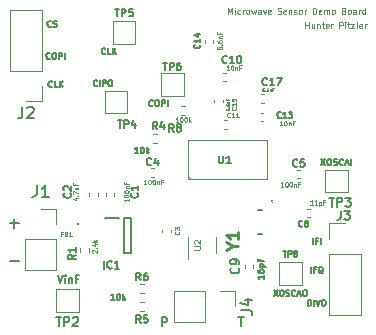
<source format=gbr>
%TF.GenerationSoftware,KiCad,Pcbnew,(6.0.8)*%
%TF.CreationDate,2023-01-31T16:58:12-08:00*%
%TF.ProjectId,Microwave Sensor v2,4d696372-6f77-4617-9665-2053656e736f,rev?*%
%TF.SameCoordinates,Original*%
%TF.FileFunction,Legend,Top*%
%TF.FilePolarity,Positive*%
%FSLAX46Y46*%
G04 Gerber Fmt 4.6, Leading zero omitted, Abs format (unit mm)*
G04 Created by KiCad (PCBNEW (6.0.8)) date 2023-01-31 16:58:12*
%MOMM*%
%LPD*%
G01*
G04 APERTURE LIST*
%ADD10C,0.095250*%
%ADD11C,0.127000*%
%ADD12C,0.063500*%
%ADD13C,0.150000*%
%ADD14C,0.254000*%
%ADD15C,0.120000*%
%ADD16C,0.200000*%
%ADD17C,0.100000*%
%ADD18C,0.050000*%
G04 APERTURE END LIST*
D10*
X128218357Y-96535214D02*
X128472357Y-96535214D01*
X128073214Y-96625928D02*
X128345357Y-96716642D01*
X128345357Y-96480785D01*
X128436071Y-96335642D02*
X128454214Y-96317500D01*
X128472357Y-96335642D01*
X128454214Y-96353785D01*
X128436071Y-96335642D01*
X128472357Y-96335642D01*
X128091357Y-96190500D02*
X128091357Y-95936500D01*
X128472357Y-96099785D01*
X128218357Y-95628071D02*
X128472357Y-95628071D01*
X128218357Y-95791357D02*
X128417928Y-95791357D01*
X128454214Y-95773214D01*
X128472357Y-95736928D01*
X128472357Y-95682500D01*
X128454214Y-95646214D01*
X128436071Y-95628071D01*
X128272785Y-95319642D02*
X128272785Y-95446642D01*
X128472357Y-95446642D02*
X128091357Y-95446642D01*
X128091357Y-95265214D01*
D11*
X145059857Y-104321809D02*
X145398523Y-104829809D01*
X145398523Y-104321809D02*
X145059857Y-104829809D01*
X145688809Y-104321809D02*
X145785571Y-104321809D01*
X145833952Y-104346000D01*
X145882333Y-104394380D01*
X145906523Y-104491142D01*
X145906523Y-104660476D01*
X145882333Y-104757238D01*
X145833952Y-104805619D01*
X145785571Y-104829809D01*
X145688809Y-104829809D01*
X145640428Y-104805619D01*
X145592047Y-104757238D01*
X145567857Y-104660476D01*
X145567857Y-104491142D01*
X145592047Y-104394380D01*
X145640428Y-104346000D01*
X145688809Y-104321809D01*
X146100047Y-104805619D02*
X146172619Y-104829809D01*
X146293571Y-104829809D01*
X146341952Y-104805619D01*
X146366142Y-104781428D01*
X146390333Y-104733047D01*
X146390333Y-104684666D01*
X146366142Y-104636285D01*
X146341952Y-104612095D01*
X146293571Y-104587904D01*
X146196809Y-104563714D01*
X146148428Y-104539523D01*
X146124238Y-104515333D01*
X146100047Y-104466952D01*
X146100047Y-104418571D01*
X146124238Y-104370190D01*
X146148428Y-104346000D01*
X146196809Y-104321809D01*
X146317761Y-104321809D01*
X146390333Y-104346000D01*
X146898333Y-104781428D02*
X146874142Y-104805619D01*
X146801571Y-104829809D01*
X146753190Y-104829809D01*
X146680619Y-104805619D01*
X146632238Y-104757238D01*
X146608047Y-104708857D01*
X146583857Y-104612095D01*
X146583857Y-104539523D01*
X146608047Y-104442761D01*
X146632238Y-104394380D01*
X146680619Y-104346000D01*
X146753190Y-104321809D01*
X146801571Y-104321809D01*
X146874142Y-104346000D01*
X146898333Y-104370190D01*
X147091857Y-104684666D02*
X147333761Y-104684666D01*
X147043476Y-104829809D02*
X147212809Y-104321809D01*
X147382142Y-104829809D01*
X147648238Y-104321809D02*
X147745000Y-104321809D01*
X147793380Y-104346000D01*
X147841761Y-104394380D01*
X147865952Y-104491142D01*
X147865952Y-104660476D01*
X147841761Y-104757238D01*
X147793380Y-104805619D01*
X147745000Y-104829809D01*
X147648238Y-104829809D01*
X147599857Y-104805619D01*
X147551476Y-104757238D01*
X147527285Y-104660476D01*
X147527285Y-104491142D01*
X147551476Y-104394380D01*
X147599857Y-104346000D01*
X147648238Y-104321809D01*
D10*
X136991785Y-90072357D02*
X136774071Y-90072357D01*
X136882928Y-90072357D02*
X136882928Y-89691357D01*
X136846642Y-89745785D01*
X136810357Y-89782071D01*
X136774071Y-89800214D01*
X137227642Y-89691357D02*
X137263928Y-89691357D01*
X137300214Y-89709500D01*
X137318357Y-89727642D01*
X137336500Y-89763928D01*
X137354642Y-89836500D01*
X137354642Y-89927214D01*
X137336500Y-89999785D01*
X137318357Y-90036071D01*
X137300214Y-90054214D01*
X137263928Y-90072357D01*
X137227642Y-90072357D01*
X137191357Y-90054214D01*
X137173214Y-90036071D01*
X137155071Y-89999785D01*
X137136928Y-89927214D01*
X137136928Y-89836500D01*
X137155071Y-89763928D01*
X137173214Y-89727642D01*
X137191357Y-89709500D01*
X137227642Y-89691357D01*
X137590500Y-89691357D02*
X137626785Y-89691357D01*
X137663071Y-89709500D01*
X137681214Y-89727642D01*
X137699357Y-89763928D01*
X137717500Y-89836500D01*
X137717500Y-89927214D01*
X137699357Y-89999785D01*
X137681214Y-90036071D01*
X137663071Y-90054214D01*
X137626785Y-90072357D01*
X137590500Y-90072357D01*
X137554214Y-90054214D01*
X137536071Y-90036071D01*
X137517928Y-89999785D01*
X137499785Y-89927214D01*
X137499785Y-89836500D01*
X137517928Y-89763928D01*
X137536071Y-89727642D01*
X137554214Y-89709500D01*
X137590500Y-89691357D01*
X137880785Y-90072357D02*
X137880785Y-89691357D01*
X137917071Y-89927214D02*
X138025928Y-90072357D01*
X138025928Y-89818357D02*
X137880785Y-89963500D01*
D11*
X126297619Y-87081428D02*
X126273428Y-87105619D01*
X126200857Y-87129809D01*
X126152476Y-87129809D01*
X126079904Y-87105619D01*
X126031523Y-87057238D01*
X126007333Y-87008857D01*
X125983142Y-86912095D01*
X125983142Y-86839523D01*
X126007333Y-86742761D01*
X126031523Y-86694380D01*
X126079904Y-86646000D01*
X126152476Y-86621809D01*
X126200857Y-86621809D01*
X126273428Y-86646000D01*
X126297619Y-86670190D01*
X126757238Y-87129809D02*
X126515333Y-87129809D01*
X126515333Y-86621809D01*
X126926571Y-87129809D02*
X126926571Y-86621809D01*
X127216857Y-87129809D02*
X126999142Y-86839523D01*
X127216857Y-86621809D02*
X126926571Y-86912095D01*
X126215333Y-81981428D02*
X126191142Y-82005619D01*
X126118571Y-82029809D01*
X126070190Y-82029809D01*
X125997619Y-82005619D01*
X125949238Y-81957238D01*
X125925047Y-81908857D01*
X125900857Y-81812095D01*
X125900857Y-81739523D01*
X125925047Y-81642761D01*
X125949238Y-81594380D01*
X125997619Y-81546000D01*
X126070190Y-81521809D01*
X126118571Y-81521809D01*
X126191142Y-81546000D01*
X126215333Y-81570190D01*
X126408857Y-82005619D02*
X126481428Y-82029809D01*
X126602380Y-82029809D01*
X126650761Y-82005619D01*
X126674952Y-81981428D01*
X126699142Y-81933047D01*
X126699142Y-81884666D01*
X126674952Y-81836285D01*
X126650761Y-81812095D01*
X126602380Y-81787904D01*
X126505619Y-81763714D01*
X126457238Y-81739523D01*
X126433047Y-81715333D01*
X126408857Y-81666952D01*
X126408857Y-81618571D01*
X126433047Y-81570190D01*
X126457238Y-81546000D01*
X126505619Y-81521809D01*
X126626571Y-81521809D01*
X126699142Y-81546000D01*
X149105000Y-93221809D02*
X149443666Y-93729809D01*
X149443666Y-93221809D02*
X149105000Y-93729809D01*
X149733952Y-93221809D02*
X149830714Y-93221809D01*
X149879095Y-93246000D01*
X149927476Y-93294380D01*
X149951666Y-93391142D01*
X149951666Y-93560476D01*
X149927476Y-93657238D01*
X149879095Y-93705619D01*
X149830714Y-93729809D01*
X149733952Y-93729809D01*
X149685571Y-93705619D01*
X149637190Y-93657238D01*
X149613000Y-93560476D01*
X149613000Y-93391142D01*
X149637190Y-93294380D01*
X149685571Y-93246000D01*
X149733952Y-93221809D01*
X150145190Y-93705619D02*
X150217761Y-93729809D01*
X150338714Y-93729809D01*
X150387095Y-93705619D01*
X150411285Y-93681428D01*
X150435476Y-93633047D01*
X150435476Y-93584666D01*
X150411285Y-93536285D01*
X150387095Y-93512095D01*
X150338714Y-93487904D01*
X150241952Y-93463714D01*
X150193571Y-93439523D01*
X150169380Y-93415333D01*
X150145190Y-93366952D01*
X150145190Y-93318571D01*
X150169380Y-93270190D01*
X150193571Y-93246000D01*
X150241952Y-93221809D01*
X150362904Y-93221809D01*
X150435476Y-93246000D01*
X150943476Y-93681428D02*
X150919285Y-93705619D01*
X150846714Y-93729809D01*
X150798333Y-93729809D01*
X150725761Y-93705619D01*
X150677380Y-93657238D01*
X150653190Y-93608857D01*
X150629000Y-93512095D01*
X150629000Y-93439523D01*
X150653190Y-93342761D01*
X150677380Y-93294380D01*
X150725761Y-93246000D01*
X150798333Y-93221809D01*
X150846714Y-93221809D01*
X150919285Y-93246000D01*
X150943476Y-93270190D01*
X151137000Y-93584666D02*
X151378904Y-93584666D01*
X151088619Y-93729809D02*
X151257952Y-93221809D01*
X151427285Y-93729809D01*
X151596619Y-93729809D02*
X151596619Y-93221809D01*
D10*
X145887216Y-95547357D02*
X145669501Y-95547357D01*
X145778359Y-95547357D02*
X145778359Y-95166357D01*
X145742073Y-95220785D01*
X145705787Y-95257071D01*
X145669501Y-95275214D01*
X146123073Y-95166357D02*
X146159359Y-95166357D01*
X146195644Y-95184500D01*
X146213787Y-95202642D01*
X146231930Y-95238928D01*
X146250073Y-95311500D01*
X146250073Y-95402214D01*
X146231930Y-95474785D01*
X146213787Y-95511071D01*
X146195644Y-95529214D01*
X146159359Y-95547357D01*
X146123073Y-95547357D01*
X146086787Y-95529214D01*
X146068644Y-95511071D01*
X146050501Y-95474785D01*
X146032359Y-95402214D01*
X146032359Y-95311500D01*
X146050501Y-95238928D01*
X146068644Y-95202642D01*
X146086787Y-95184500D01*
X146123073Y-95166357D01*
X146485930Y-95166357D02*
X146522216Y-95166357D01*
X146558501Y-95184500D01*
X146576644Y-95202642D01*
X146594787Y-95238928D01*
X146612930Y-95311500D01*
X146612930Y-95402214D01*
X146594787Y-95474785D01*
X146576644Y-95511071D01*
X146558501Y-95529214D01*
X146522216Y-95547357D01*
X146485930Y-95547357D01*
X146449644Y-95529214D01*
X146431501Y-95511071D01*
X146413359Y-95474785D01*
X146395216Y-95402214D01*
X146395216Y-95311500D01*
X146413359Y-95238928D01*
X146431501Y-95202642D01*
X146449644Y-95184500D01*
X146485930Y-95166357D01*
X146776216Y-95293357D02*
X146776216Y-95547357D01*
X146776216Y-95329642D02*
X146794359Y-95311500D01*
X146830644Y-95293357D01*
X146885073Y-95293357D01*
X146921359Y-95311500D01*
X146939501Y-95347785D01*
X146939501Y-95547357D01*
X147247930Y-95347785D02*
X147120930Y-95347785D01*
X147120930Y-95547357D02*
X147120930Y-95166357D01*
X147302359Y-95166357D01*
D11*
X130116190Y-86981428D02*
X130092000Y-87005619D01*
X130019428Y-87029809D01*
X129971047Y-87029809D01*
X129898476Y-87005619D01*
X129850095Y-86957238D01*
X129825904Y-86908857D01*
X129801714Y-86812095D01*
X129801714Y-86739523D01*
X129825904Y-86642761D01*
X129850095Y-86594380D01*
X129898476Y-86546000D01*
X129971047Y-86521809D01*
X130019428Y-86521809D01*
X130092000Y-86546000D01*
X130116190Y-86570190D01*
X130333904Y-87029809D02*
X130333904Y-86521809D01*
X130575809Y-87029809D02*
X130575809Y-86521809D01*
X130769333Y-86521809D01*
X130817714Y-86546000D01*
X130841904Y-86570190D01*
X130866095Y-86618571D01*
X130866095Y-86691142D01*
X130841904Y-86739523D01*
X130817714Y-86763714D01*
X130769333Y-86787904D01*
X130575809Y-86787904D01*
X131180571Y-86521809D02*
X131277333Y-86521809D01*
X131325714Y-86546000D01*
X131374095Y-86594380D01*
X131398285Y-86691142D01*
X131398285Y-86860476D01*
X131374095Y-86957238D01*
X131325714Y-87005619D01*
X131277333Y-87029809D01*
X131180571Y-87029809D01*
X131132190Y-87005619D01*
X131083809Y-86957238D01*
X131059619Y-86860476D01*
X131059619Y-86691142D01*
X131083809Y-86594380D01*
X131132190Y-86546000D01*
X131180571Y-86521809D01*
D10*
X140291357Y-83717071D02*
X140291357Y-83898500D01*
X140472785Y-83916642D01*
X140454642Y-83898500D01*
X140436500Y-83862214D01*
X140436500Y-83771500D01*
X140454642Y-83735214D01*
X140472785Y-83717071D01*
X140509071Y-83698928D01*
X140599785Y-83698928D01*
X140636071Y-83717071D01*
X140654214Y-83735214D01*
X140672357Y-83771500D01*
X140672357Y-83862214D01*
X140654214Y-83898500D01*
X140636071Y-83916642D01*
X140636071Y-83535642D02*
X140654214Y-83517500D01*
X140672357Y-83535642D01*
X140654214Y-83553785D01*
X140636071Y-83535642D01*
X140672357Y-83535642D01*
X140291357Y-83190928D02*
X140291357Y-83263500D01*
X140309500Y-83299785D01*
X140327642Y-83317928D01*
X140382071Y-83354214D01*
X140454642Y-83372357D01*
X140599785Y-83372357D01*
X140636071Y-83354214D01*
X140654214Y-83336071D01*
X140672357Y-83299785D01*
X140672357Y-83227214D01*
X140654214Y-83190928D01*
X140636071Y-83172785D01*
X140599785Y-83154642D01*
X140509071Y-83154642D01*
X140472785Y-83172785D01*
X140454642Y-83190928D01*
X140436500Y-83227214D01*
X140436500Y-83299785D01*
X140454642Y-83336071D01*
X140472785Y-83354214D01*
X140509071Y-83372357D01*
X140418357Y-82991357D02*
X140672357Y-82991357D01*
X140454642Y-82991357D02*
X140436500Y-82973214D01*
X140418357Y-82936928D01*
X140418357Y-82882500D01*
X140436500Y-82846214D01*
X140472785Y-82828071D01*
X140672357Y-82828071D01*
X140472785Y-82519642D02*
X140472785Y-82646642D01*
X140672357Y-82646642D02*
X140291357Y-82646642D01*
X140291357Y-82465214D01*
X134287216Y-95347357D02*
X134069501Y-95347357D01*
X134178359Y-95347357D02*
X134178359Y-94966357D01*
X134142073Y-95020785D01*
X134105787Y-95057071D01*
X134069501Y-95075214D01*
X134523073Y-94966357D02*
X134559359Y-94966357D01*
X134595644Y-94984500D01*
X134613787Y-95002642D01*
X134631930Y-95038928D01*
X134650073Y-95111500D01*
X134650073Y-95202214D01*
X134631930Y-95274785D01*
X134613787Y-95311071D01*
X134595644Y-95329214D01*
X134559359Y-95347357D01*
X134523073Y-95347357D01*
X134486787Y-95329214D01*
X134468644Y-95311071D01*
X134450501Y-95274785D01*
X134432359Y-95202214D01*
X134432359Y-95111500D01*
X134450501Y-95038928D01*
X134468644Y-95002642D01*
X134486787Y-94984500D01*
X134523073Y-94966357D01*
X134885930Y-94966357D02*
X134922216Y-94966357D01*
X134958501Y-94984500D01*
X134976644Y-95002642D01*
X134994787Y-95038928D01*
X135012930Y-95111500D01*
X135012930Y-95202214D01*
X134994787Y-95274785D01*
X134976644Y-95311071D01*
X134958501Y-95329214D01*
X134922216Y-95347357D01*
X134885930Y-95347357D01*
X134849644Y-95329214D01*
X134831501Y-95311071D01*
X134813359Y-95274785D01*
X134795216Y-95202214D01*
X134795216Y-95111500D01*
X134813359Y-95038928D01*
X134831501Y-95002642D01*
X134849644Y-94984500D01*
X134885930Y-94966357D01*
X135176216Y-95093357D02*
X135176216Y-95347357D01*
X135176216Y-95129642D02*
X135194359Y-95111500D01*
X135230644Y-95093357D01*
X135285073Y-95093357D01*
X135321359Y-95111500D01*
X135339501Y-95147785D01*
X135339501Y-95347357D01*
X135647930Y-95147785D02*
X135520930Y-95147785D01*
X135520930Y-95347357D02*
X135520930Y-94966357D01*
X135702359Y-94966357D01*
X141291785Y-85672357D02*
X141074071Y-85672357D01*
X141182928Y-85672357D02*
X141182928Y-85291357D01*
X141146642Y-85345785D01*
X141110357Y-85382071D01*
X141074071Y-85400214D01*
X141527642Y-85291357D02*
X141563928Y-85291357D01*
X141600214Y-85309500D01*
X141618357Y-85327642D01*
X141636500Y-85363928D01*
X141654642Y-85436500D01*
X141654642Y-85527214D01*
X141636500Y-85599785D01*
X141618357Y-85636071D01*
X141600214Y-85654214D01*
X141563928Y-85672357D01*
X141527642Y-85672357D01*
X141491357Y-85654214D01*
X141473214Y-85636071D01*
X141455071Y-85599785D01*
X141436928Y-85527214D01*
X141436928Y-85436500D01*
X141455071Y-85363928D01*
X141473214Y-85327642D01*
X141491357Y-85309500D01*
X141527642Y-85291357D01*
X141817928Y-85418357D02*
X141817928Y-85672357D01*
X141817928Y-85454642D02*
X141836071Y-85436500D01*
X141872357Y-85418357D01*
X141926785Y-85418357D01*
X141963071Y-85436500D01*
X141981214Y-85472785D01*
X141981214Y-85672357D01*
X142289642Y-85472785D02*
X142162642Y-85472785D01*
X142162642Y-85672357D02*
X142162642Y-85291357D01*
X142344071Y-85291357D01*
D11*
X148216190Y-102829809D02*
X148216190Y-102321809D01*
X148627428Y-102563714D02*
X148458095Y-102563714D01*
X148458095Y-102829809D02*
X148458095Y-102321809D01*
X148700000Y-102321809D01*
X149232190Y-102878190D02*
X149183809Y-102854000D01*
X149135428Y-102805619D01*
X149062857Y-102733047D01*
X149014476Y-102708857D01*
X148966095Y-102708857D01*
X148990285Y-102829809D02*
X148941904Y-102805619D01*
X148893523Y-102757238D01*
X148869333Y-102660476D01*
X148869333Y-102491142D01*
X148893523Y-102394380D01*
X148941904Y-102346000D01*
X148990285Y-102321809D01*
X149087047Y-102321809D01*
X149135428Y-102346000D01*
X149183809Y-102394380D01*
X149208000Y-102491142D01*
X149208000Y-102660476D01*
X149183809Y-102757238D01*
X149135428Y-102805619D01*
X149087047Y-102829809D01*
X148990285Y-102829809D01*
X144204809Y-103044285D02*
X144204809Y-103334571D01*
X144204809Y-103189428D02*
X143696809Y-103189428D01*
X143769380Y-103237809D01*
X143817761Y-103286190D01*
X143841952Y-103334571D01*
X143696809Y-102608857D02*
X143696809Y-102705619D01*
X143721000Y-102754000D01*
X143745190Y-102778190D01*
X143817761Y-102826571D01*
X143914523Y-102850761D01*
X144108047Y-102850761D01*
X144156428Y-102826571D01*
X144180619Y-102802380D01*
X144204809Y-102754000D01*
X144204809Y-102657238D01*
X144180619Y-102608857D01*
X144156428Y-102584666D01*
X144108047Y-102560476D01*
X143987095Y-102560476D01*
X143938714Y-102584666D01*
X143914523Y-102608857D01*
X143890333Y-102657238D01*
X143890333Y-102754000D01*
X143914523Y-102802380D01*
X143938714Y-102826571D01*
X143987095Y-102850761D01*
X143866142Y-102342761D02*
X144374142Y-102342761D01*
X143890333Y-102342761D02*
X143866142Y-102294380D01*
X143866142Y-102197619D01*
X143890333Y-102149238D01*
X143914523Y-102125047D01*
X143962904Y-102100857D01*
X144108047Y-102100857D01*
X144156428Y-102125047D01*
X144180619Y-102149238D01*
X144204809Y-102197619D01*
X144204809Y-102294380D01*
X144180619Y-102342761D01*
X143938714Y-101713809D02*
X143938714Y-101883142D01*
X144204809Y-101883142D02*
X143696809Y-101883142D01*
X143696809Y-101641238D01*
D12*
X144232144Y-87235904D02*
X144111192Y-87235904D01*
X144099097Y-87356857D01*
X144111192Y-87344761D01*
X144135382Y-87332666D01*
X144195859Y-87332666D01*
X144220049Y-87344761D01*
X144232144Y-87356857D01*
X144244239Y-87381047D01*
X144244239Y-87441523D01*
X144232144Y-87465714D01*
X144220049Y-87477809D01*
X144195859Y-87489904D01*
X144135382Y-87489904D01*
X144111192Y-87477809D01*
X144099097Y-87465714D01*
X144353097Y-87465714D02*
X144365192Y-87477809D01*
X144353097Y-87489904D01*
X144341001Y-87477809D01*
X144353097Y-87465714D01*
X144353097Y-87489904D01*
X144582906Y-87235904D02*
X144534525Y-87235904D01*
X144510335Y-87248000D01*
X144498239Y-87260095D01*
X144474049Y-87296380D01*
X144461954Y-87344761D01*
X144461954Y-87441523D01*
X144474049Y-87465714D01*
X144486144Y-87477809D01*
X144510335Y-87489904D01*
X144558716Y-87489904D01*
X144582906Y-87477809D01*
X144595001Y-87465714D01*
X144607097Y-87441523D01*
X144607097Y-87381047D01*
X144595001Y-87356857D01*
X144582906Y-87344761D01*
X144558716Y-87332666D01*
X144510335Y-87332666D01*
X144486144Y-87344761D01*
X144474049Y-87356857D01*
X144461954Y-87381047D01*
X144715954Y-87320571D02*
X144715954Y-87489904D01*
X144715954Y-87344761D02*
X144728049Y-87332666D01*
X144752239Y-87320571D01*
X144788525Y-87320571D01*
X144812716Y-87332666D01*
X144824811Y-87356857D01*
X144824811Y-87489904D01*
X145030430Y-87356857D02*
X144945763Y-87356857D01*
X144945763Y-87489904D02*
X144945763Y-87235904D01*
X145066716Y-87235904D01*
D11*
X148361333Y-100429809D02*
X148361333Y-99921809D01*
X148772571Y-100163714D02*
X148603238Y-100163714D01*
X148603238Y-100429809D02*
X148603238Y-99921809D01*
X148845142Y-99921809D01*
X149038666Y-100429809D02*
X149038666Y-99921809D01*
D10*
X148391785Y-97072357D02*
X148174071Y-97072357D01*
X148282928Y-97072357D02*
X148282928Y-96691357D01*
X148246642Y-96745785D01*
X148210357Y-96782071D01*
X148174071Y-96800214D01*
X148754642Y-97072357D02*
X148536928Y-97072357D01*
X148645785Y-97072357D02*
X148645785Y-96691357D01*
X148609500Y-96745785D01*
X148573214Y-96782071D01*
X148536928Y-96800214D01*
X148917928Y-96818357D02*
X148917928Y-97199357D01*
X148917928Y-96836500D02*
X148954214Y-96818357D01*
X149026785Y-96818357D01*
X149063071Y-96836500D01*
X149081214Y-96854642D01*
X149099357Y-96890928D01*
X149099357Y-96999785D01*
X149081214Y-97036071D01*
X149063071Y-97054214D01*
X149026785Y-97072357D01*
X148954214Y-97072357D01*
X148917928Y-97054214D01*
X149389642Y-96872785D02*
X149262642Y-96872785D01*
X149262642Y-97072357D02*
X149262642Y-96691357D01*
X149444071Y-96691357D01*
D13*
X122719047Y-98661428D02*
X123480952Y-98661428D01*
X123100000Y-99042380D02*
X123100000Y-98280476D01*
X122719047Y-101881428D02*
X123480952Y-101881428D01*
D10*
X147747904Y-82129809D02*
X147747904Y-81621809D01*
X147747904Y-81863714D02*
X148038190Y-81863714D01*
X148038190Y-82129809D02*
X148038190Y-81621809D01*
X148497809Y-81791142D02*
X148497809Y-82129809D01*
X148280095Y-81791142D02*
X148280095Y-82057238D01*
X148304285Y-82105619D01*
X148352666Y-82129809D01*
X148425238Y-82129809D01*
X148473619Y-82105619D01*
X148497809Y-82081428D01*
X148739714Y-81791142D02*
X148739714Y-82129809D01*
X148739714Y-81839523D02*
X148763904Y-81815333D01*
X148812285Y-81791142D01*
X148884857Y-81791142D01*
X148933238Y-81815333D01*
X148957428Y-81863714D01*
X148957428Y-82129809D01*
X149126761Y-81791142D02*
X149320285Y-81791142D01*
X149199333Y-81621809D02*
X149199333Y-82057238D01*
X149223523Y-82105619D01*
X149271904Y-82129809D01*
X149320285Y-82129809D01*
X149683142Y-82105619D02*
X149634761Y-82129809D01*
X149538000Y-82129809D01*
X149489619Y-82105619D01*
X149465428Y-82057238D01*
X149465428Y-81863714D01*
X149489619Y-81815333D01*
X149538000Y-81791142D01*
X149634761Y-81791142D01*
X149683142Y-81815333D01*
X149707333Y-81863714D01*
X149707333Y-81912095D01*
X149465428Y-81960476D01*
X149925047Y-82129809D02*
X149925047Y-81791142D01*
X149925047Y-81887904D02*
X149949238Y-81839523D01*
X149973428Y-81815333D01*
X150021809Y-81791142D01*
X150070190Y-81791142D01*
X150626571Y-82129809D02*
X150626571Y-81621809D01*
X150820095Y-81621809D01*
X150868476Y-81646000D01*
X150892666Y-81670190D01*
X150916857Y-81718571D01*
X150916857Y-81791142D01*
X150892666Y-81839523D01*
X150868476Y-81863714D01*
X150820095Y-81887904D01*
X150626571Y-81887904D01*
X151134571Y-82129809D02*
X151134571Y-81791142D01*
X151134571Y-81621809D02*
X151110380Y-81646000D01*
X151134571Y-81670190D01*
X151158761Y-81646000D01*
X151134571Y-81621809D01*
X151134571Y-81670190D01*
X151303904Y-81791142D02*
X151497428Y-81791142D01*
X151376476Y-81621809D02*
X151376476Y-82057238D01*
X151400666Y-82105619D01*
X151449047Y-82129809D01*
X151497428Y-82129809D01*
X151618380Y-81791142D02*
X151884476Y-81791142D01*
X151618380Y-82129809D01*
X151884476Y-82129809D01*
X152150571Y-82129809D02*
X152102190Y-82105619D01*
X152078000Y-82057238D01*
X152078000Y-81621809D01*
X152537619Y-82105619D02*
X152489238Y-82129809D01*
X152392476Y-82129809D01*
X152344095Y-82105619D01*
X152319904Y-82057238D01*
X152319904Y-81863714D01*
X152344095Y-81815333D01*
X152392476Y-81791142D01*
X152489238Y-81791142D01*
X152537619Y-81815333D01*
X152561809Y-81863714D01*
X152561809Y-81912095D01*
X152319904Y-81960476D01*
X152779523Y-82129809D02*
X152779523Y-81791142D01*
X152779523Y-81887904D02*
X152803714Y-81839523D01*
X152827904Y-81815333D01*
X152876285Y-81791142D01*
X152924666Y-81791142D01*
D11*
X147962190Y-105629809D02*
X147962190Y-105121809D01*
X148083142Y-105121809D01*
X148155714Y-105146000D01*
X148204095Y-105194380D01*
X148228285Y-105242761D01*
X148252476Y-105339523D01*
X148252476Y-105412095D01*
X148228285Y-105508857D01*
X148204095Y-105557238D01*
X148155714Y-105605619D01*
X148083142Y-105629809D01*
X147962190Y-105629809D01*
X148470190Y-105629809D02*
X148470190Y-105121809D01*
X148639523Y-105121809D02*
X148808857Y-105629809D01*
X148978190Y-105121809D01*
X149244285Y-105121809D02*
X149341047Y-105121809D01*
X149389428Y-105146000D01*
X149437809Y-105194380D01*
X149462000Y-105291142D01*
X149462000Y-105460476D01*
X149437809Y-105557238D01*
X149389428Y-105605619D01*
X149341047Y-105629809D01*
X149244285Y-105629809D01*
X149195904Y-105605619D01*
X149147523Y-105557238D01*
X149123333Y-105460476D01*
X149123333Y-105291142D01*
X149147523Y-105194380D01*
X149195904Y-105146000D01*
X149244285Y-105121809D01*
D10*
X141194285Y-80929809D02*
X141194285Y-80421809D01*
X141363619Y-80784666D01*
X141532952Y-80421809D01*
X141532952Y-80929809D01*
X141774857Y-80929809D02*
X141774857Y-80591142D01*
X141774857Y-80421809D02*
X141750666Y-80446000D01*
X141774857Y-80470190D01*
X141799047Y-80446000D01*
X141774857Y-80421809D01*
X141774857Y-80470190D01*
X142234476Y-80905619D02*
X142186095Y-80929809D01*
X142089333Y-80929809D01*
X142040952Y-80905619D01*
X142016761Y-80881428D01*
X141992571Y-80833047D01*
X141992571Y-80687904D01*
X142016761Y-80639523D01*
X142040952Y-80615333D01*
X142089333Y-80591142D01*
X142186095Y-80591142D01*
X142234476Y-80615333D01*
X142452190Y-80929809D02*
X142452190Y-80591142D01*
X142452190Y-80687904D02*
X142476380Y-80639523D01*
X142500571Y-80615333D01*
X142548952Y-80591142D01*
X142597333Y-80591142D01*
X142839238Y-80929809D02*
X142790857Y-80905619D01*
X142766666Y-80881428D01*
X142742476Y-80833047D01*
X142742476Y-80687904D01*
X142766666Y-80639523D01*
X142790857Y-80615333D01*
X142839238Y-80591142D01*
X142911809Y-80591142D01*
X142960190Y-80615333D01*
X142984380Y-80639523D01*
X143008571Y-80687904D01*
X143008571Y-80833047D01*
X142984380Y-80881428D01*
X142960190Y-80905619D01*
X142911809Y-80929809D01*
X142839238Y-80929809D01*
X143177904Y-80591142D02*
X143274666Y-80929809D01*
X143371428Y-80687904D01*
X143468190Y-80929809D01*
X143564952Y-80591142D01*
X143976190Y-80929809D02*
X143976190Y-80663714D01*
X143952000Y-80615333D01*
X143903619Y-80591142D01*
X143806857Y-80591142D01*
X143758476Y-80615333D01*
X143976190Y-80905619D02*
X143927809Y-80929809D01*
X143806857Y-80929809D01*
X143758476Y-80905619D01*
X143734285Y-80857238D01*
X143734285Y-80808857D01*
X143758476Y-80760476D01*
X143806857Y-80736285D01*
X143927809Y-80736285D01*
X143976190Y-80712095D01*
X144169714Y-80591142D02*
X144290666Y-80929809D01*
X144411619Y-80591142D01*
X144798666Y-80905619D02*
X144750285Y-80929809D01*
X144653523Y-80929809D01*
X144605142Y-80905619D01*
X144580952Y-80857238D01*
X144580952Y-80663714D01*
X144605142Y-80615333D01*
X144653523Y-80591142D01*
X144750285Y-80591142D01*
X144798666Y-80615333D01*
X144822857Y-80663714D01*
X144822857Y-80712095D01*
X144580952Y-80760476D01*
X145403428Y-80905619D02*
X145476000Y-80929809D01*
X145596952Y-80929809D01*
X145645333Y-80905619D01*
X145669523Y-80881428D01*
X145693714Y-80833047D01*
X145693714Y-80784666D01*
X145669523Y-80736285D01*
X145645333Y-80712095D01*
X145596952Y-80687904D01*
X145500190Y-80663714D01*
X145451809Y-80639523D01*
X145427619Y-80615333D01*
X145403428Y-80566952D01*
X145403428Y-80518571D01*
X145427619Y-80470190D01*
X145451809Y-80446000D01*
X145500190Y-80421809D01*
X145621142Y-80421809D01*
X145693714Y-80446000D01*
X146104952Y-80905619D02*
X146056571Y-80929809D01*
X145959809Y-80929809D01*
X145911428Y-80905619D01*
X145887238Y-80857238D01*
X145887238Y-80663714D01*
X145911428Y-80615333D01*
X145959809Y-80591142D01*
X146056571Y-80591142D01*
X146104952Y-80615333D01*
X146129142Y-80663714D01*
X146129142Y-80712095D01*
X145887238Y-80760476D01*
X146346857Y-80591142D02*
X146346857Y-80929809D01*
X146346857Y-80639523D02*
X146371047Y-80615333D01*
X146419428Y-80591142D01*
X146492000Y-80591142D01*
X146540380Y-80615333D01*
X146564571Y-80663714D01*
X146564571Y-80929809D01*
X146782285Y-80905619D02*
X146830666Y-80929809D01*
X146927428Y-80929809D01*
X146975809Y-80905619D01*
X147000000Y-80857238D01*
X147000000Y-80833047D01*
X146975809Y-80784666D01*
X146927428Y-80760476D01*
X146854857Y-80760476D01*
X146806476Y-80736285D01*
X146782285Y-80687904D01*
X146782285Y-80663714D01*
X146806476Y-80615333D01*
X146854857Y-80591142D01*
X146927428Y-80591142D01*
X146975809Y-80615333D01*
X147290285Y-80929809D02*
X147241904Y-80905619D01*
X147217714Y-80881428D01*
X147193523Y-80833047D01*
X147193523Y-80687904D01*
X147217714Y-80639523D01*
X147241904Y-80615333D01*
X147290285Y-80591142D01*
X147362857Y-80591142D01*
X147411238Y-80615333D01*
X147435428Y-80639523D01*
X147459619Y-80687904D01*
X147459619Y-80833047D01*
X147435428Y-80881428D01*
X147411238Y-80905619D01*
X147362857Y-80929809D01*
X147290285Y-80929809D01*
X147677333Y-80929809D02*
X147677333Y-80591142D01*
X147677333Y-80687904D02*
X147701523Y-80639523D01*
X147725714Y-80615333D01*
X147774095Y-80591142D01*
X147822476Y-80591142D01*
X148378857Y-80929809D02*
X148378857Y-80421809D01*
X148499809Y-80421809D01*
X148572380Y-80446000D01*
X148620761Y-80494380D01*
X148644952Y-80542761D01*
X148669142Y-80639523D01*
X148669142Y-80712095D01*
X148644952Y-80808857D01*
X148620761Y-80857238D01*
X148572380Y-80905619D01*
X148499809Y-80929809D01*
X148378857Y-80929809D01*
X149080380Y-80905619D02*
X149032000Y-80929809D01*
X148935238Y-80929809D01*
X148886857Y-80905619D01*
X148862666Y-80857238D01*
X148862666Y-80663714D01*
X148886857Y-80615333D01*
X148935238Y-80591142D01*
X149032000Y-80591142D01*
X149080380Y-80615333D01*
X149104571Y-80663714D01*
X149104571Y-80712095D01*
X148862666Y-80760476D01*
X149322285Y-80929809D02*
X149322285Y-80591142D01*
X149322285Y-80639523D02*
X149346476Y-80615333D01*
X149394857Y-80591142D01*
X149467428Y-80591142D01*
X149515809Y-80615333D01*
X149540000Y-80663714D01*
X149540000Y-80929809D01*
X149540000Y-80663714D02*
X149564190Y-80615333D01*
X149612571Y-80591142D01*
X149685142Y-80591142D01*
X149733523Y-80615333D01*
X149757714Y-80663714D01*
X149757714Y-80929809D01*
X150072190Y-80929809D02*
X150023809Y-80905619D01*
X149999619Y-80881428D01*
X149975428Y-80833047D01*
X149975428Y-80687904D01*
X149999619Y-80639523D01*
X150023809Y-80615333D01*
X150072190Y-80591142D01*
X150144761Y-80591142D01*
X150193142Y-80615333D01*
X150217333Y-80639523D01*
X150241523Y-80687904D01*
X150241523Y-80833047D01*
X150217333Y-80881428D01*
X150193142Y-80905619D01*
X150144761Y-80929809D01*
X150072190Y-80929809D01*
X151015619Y-80663714D02*
X151088190Y-80687904D01*
X151112380Y-80712095D01*
X151136571Y-80760476D01*
X151136571Y-80833047D01*
X151112380Y-80881428D01*
X151088190Y-80905619D01*
X151039809Y-80929809D01*
X150846285Y-80929809D01*
X150846285Y-80421809D01*
X151015619Y-80421809D01*
X151064000Y-80446000D01*
X151088190Y-80470190D01*
X151112380Y-80518571D01*
X151112380Y-80566952D01*
X151088190Y-80615333D01*
X151064000Y-80639523D01*
X151015619Y-80663714D01*
X150846285Y-80663714D01*
X151426857Y-80929809D02*
X151378476Y-80905619D01*
X151354285Y-80881428D01*
X151330095Y-80833047D01*
X151330095Y-80687904D01*
X151354285Y-80639523D01*
X151378476Y-80615333D01*
X151426857Y-80591142D01*
X151499428Y-80591142D01*
X151547809Y-80615333D01*
X151572000Y-80639523D01*
X151596190Y-80687904D01*
X151596190Y-80833047D01*
X151572000Y-80881428D01*
X151547809Y-80905619D01*
X151499428Y-80929809D01*
X151426857Y-80929809D01*
X152031619Y-80929809D02*
X152031619Y-80663714D01*
X152007428Y-80615333D01*
X151959047Y-80591142D01*
X151862285Y-80591142D01*
X151813904Y-80615333D01*
X152031619Y-80905619D02*
X151983238Y-80929809D01*
X151862285Y-80929809D01*
X151813904Y-80905619D01*
X151789714Y-80857238D01*
X151789714Y-80808857D01*
X151813904Y-80760476D01*
X151862285Y-80736285D01*
X151983238Y-80736285D01*
X152031619Y-80712095D01*
X152273523Y-80929809D02*
X152273523Y-80591142D01*
X152273523Y-80687904D02*
X152297714Y-80639523D01*
X152321904Y-80615333D01*
X152370285Y-80591142D01*
X152418666Y-80591142D01*
X152805714Y-80929809D02*
X152805714Y-80421809D01*
X152805714Y-80905619D02*
X152757333Y-80929809D01*
X152660571Y-80929809D01*
X152612190Y-80905619D01*
X152588000Y-80881428D01*
X152563809Y-80833047D01*
X152563809Y-80687904D01*
X152588000Y-80639523D01*
X152612190Y-80615333D01*
X152660571Y-80591142D01*
X152757333Y-80591142D01*
X152805714Y-80615333D01*
D11*
X126116190Y-84681428D02*
X126092000Y-84705619D01*
X126019428Y-84729809D01*
X125971047Y-84729809D01*
X125898476Y-84705619D01*
X125850095Y-84657238D01*
X125825904Y-84608857D01*
X125801714Y-84512095D01*
X125801714Y-84439523D01*
X125825904Y-84342761D01*
X125850095Y-84294380D01*
X125898476Y-84246000D01*
X125971047Y-84221809D01*
X126019428Y-84221809D01*
X126092000Y-84246000D01*
X126116190Y-84270190D01*
X126430666Y-84221809D02*
X126527428Y-84221809D01*
X126575809Y-84246000D01*
X126624190Y-84294380D01*
X126648380Y-84391142D01*
X126648380Y-84560476D01*
X126624190Y-84657238D01*
X126575809Y-84705619D01*
X126527428Y-84729809D01*
X126430666Y-84729809D01*
X126382285Y-84705619D01*
X126333904Y-84657238D01*
X126309714Y-84560476D01*
X126309714Y-84391142D01*
X126333904Y-84294380D01*
X126382285Y-84246000D01*
X126430666Y-84221809D01*
X126866095Y-84729809D02*
X126866095Y-84221809D01*
X127059619Y-84221809D01*
X127108000Y-84246000D01*
X127132190Y-84270190D01*
X127156380Y-84318571D01*
X127156380Y-84391142D01*
X127132190Y-84439523D01*
X127108000Y-84463714D01*
X127059619Y-84487904D01*
X126866095Y-84487904D01*
X127374095Y-84729809D02*
X127374095Y-84221809D01*
D10*
X132772357Y-96589642D02*
X132772357Y-96807357D01*
X132772357Y-96698500D02*
X132391357Y-96698500D01*
X132445785Y-96734785D01*
X132482071Y-96771071D01*
X132500214Y-96807357D01*
X132391357Y-96353785D02*
X132391357Y-96317500D01*
X132409500Y-96281214D01*
X132427642Y-96263071D01*
X132463928Y-96244928D01*
X132536500Y-96226785D01*
X132627214Y-96226785D01*
X132699785Y-96244928D01*
X132736071Y-96263071D01*
X132754214Y-96281214D01*
X132772357Y-96317500D01*
X132772357Y-96353785D01*
X132754214Y-96390071D01*
X132736071Y-96408214D01*
X132699785Y-96426357D01*
X132627214Y-96444500D01*
X132536500Y-96444500D01*
X132463928Y-96426357D01*
X132427642Y-96408214D01*
X132409500Y-96390071D01*
X132391357Y-96353785D01*
X132391357Y-95990928D02*
X132391357Y-95954642D01*
X132409500Y-95918357D01*
X132427642Y-95900214D01*
X132463928Y-95882071D01*
X132536500Y-95863928D01*
X132627214Y-95863928D01*
X132699785Y-95882071D01*
X132736071Y-95900214D01*
X132754214Y-95918357D01*
X132772357Y-95954642D01*
X132772357Y-95990928D01*
X132754214Y-96027214D01*
X132736071Y-96045357D01*
X132699785Y-96063500D01*
X132627214Y-96081642D01*
X132536500Y-96081642D01*
X132463928Y-96063500D01*
X132427642Y-96045357D01*
X132409500Y-96027214D01*
X132391357Y-95990928D01*
X132518357Y-95700642D02*
X132772357Y-95700642D01*
X132554642Y-95700642D02*
X132536500Y-95682500D01*
X132518357Y-95646214D01*
X132518357Y-95591785D01*
X132536500Y-95555500D01*
X132572785Y-95537357D01*
X132772357Y-95537357D01*
X132572785Y-95228928D02*
X132572785Y-95355928D01*
X132772357Y-95355928D02*
X132391357Y-95355928D01*
X132391357Y-95174500D01*
D11*
X130797619Y-84281428D02*
X130773428Y-84305619D01*
X130700857Y-84329809D01*
X130652476Y-84329809D01*
X130579904Y-84305619D01*
X130531523Y-84257238D01*
X130507333Y-84208857D01*
X130483142Y-84112095D01*
X130483142Y-84039523D01*
X130507333Y-83942761D01*
X130531523Y-83894380D01*
X130579904Y-83846000D01*
X130652476Y-83821809D01*
X130700857Y-83821809D01*
X130773428Y-83846000D01*
X130797619Y-83870190D01*
X131257238Y-84329809D02*
X131015333Y-84329809D01*
X131015333Y-83821809D01*
X131426571Y-84329809D02*
X131426571Y-83821809D01*
X131716857Y-84329809D02*
X131499142Y-84039523D01*
X131716857Y-83821809D02*
X131426571Y-84112095D01*
X134816190Y-88681428D02*
X134792000Y-88705619D01*
X134719428Y-88729809D01*
X134671047Y-88729809D01*
X134598476Y-88705619D01*
X134550095Y-88657238D01*
X134525904Y-88608857D01*
X134501714Y-88512095D01*
X134501714Y-88439523D01*
X134525904Y-88342761D01*
X134550095Y-88294380D01*
X134598476Y-88246000D01*
X134671047Y-88221809D01*
X134719428Y-88221809D01*
X134792000Y-88246000D01*
X134816190Y-88270190D01*
X135130666Y-88221809D02*
X135227428Y-88221809D01*
X135275809Y-88246000D01*
X135324190Y-88294380D01*
X135348380Y-88391142D01*
X135348380Y-88560476D01*
X135324190Y-88657238D01*
X135275809Y-88705619D01*
X135227428Y-88729809D01*
X135130666Y-88729809D01*
X135082285Y-88705619D01*
X135033904Y-88657238D01*
X135009714Y-88560476D01*
X135009714Y-88391142D01*
X135033904Y-88294380D01*
X135082285Y-88246000D01*
X135130666Y-88221809D01*
X135566095Y-88729809D02*
X135566095Y-88221809D01*
X135759619Y-88221809D01*
X135808000Y-88246000D01*
X135832190Y-88270190D01*
X135856380Y-88318571D01*
X135856380Y-88391142D01*
X135832190Y-88439523D01*
X135808000Y-88463714D01*
X135759619Y-88487904D01*
X135566095Y-88487904D01*
X136074095Y-88729809D02*
X136074095Y-88221809D01*
X131597619Y-105129809D02*
X131307333Y-105129809D01*
X131452476Y-105129809D02*
X131452476Y-104621809D01*
X131404095Y-104694380D01*
X131355714Y-104742761D01*
X131307333Y-104766952D01*
X131912095Y-104621809D02*
X131960476Y-104621809D01*
X132008857Y-104646000D01*
X132033047Y-104670190D01*
X132057238Y-104718571D01*
X132081428Y-104815333D01*
X132081428Y-104936285D01*
X132057238Y-105033047D01*
X132033047Y-105081428D01*
X132008857Y-105105619D01*
X131960476Y-105129809D01*
X131912095Y-105129809D01*
X131863714Y-105105619D01*
X131839523Y-105081428D01*
X131815333Y-105033047D01*
X131791142Y-104936285D01*
X131791142Y-104815333D01*
X131815333Y-104718571D01*
X131839523Y-104670190D01*
X131863714Y-104646000D01*
X131912095Y-104621809D01*
X132299142Y-105129809D02*
X132299142Y-104621809D01*
X132347523Y-104936285D02*
X132492666Y-105129809D01*
X132492666Y-104791142D02*
X132299142Y-104984666D01*
D10*
X145791785Y-90372357D02*
X145574071Y-90372357D01*
X145682928Y-90372357D02*
X145682928Y-89991357D01*
X145646642Y-90045785D01*
X145610357Y-90082071D01*
X145574071Y-90100214D01*
X146027642Y-89991357D02*
X146063928Y-89991357D01*
X146100214Y-90009500D01*
X146118357Y-90027642D01*
X146136500Y-90063928D01*
X146154642Y-90136500D01*
X146154642Y-90227214D01*
X146136500Y-90299785D01*
X146118357Y-90336071D01*
X146100214Y-90354214D01*
X146063928Y-90372357D01*
X146027642Y-90372357D01*
X145991357Y-90354214D01*
X145973214Y-90336071D01*
X145955071Y-90299785D01*
X145936928Y-90227214D01*
X145936928Y-90136500D01*
X145955071Y-90063928D01*
X145973214Y-90027642D01*
X145991357Y-90009500D01*
X146027642Y-89991357D01*
X146317928Y-90118357D02*
X146317928Y-90372357D01*
X146317928Y-90154642D02*
X146336071Y-90136500D01*
X146372357Y-90118357D01*
X146426785Y-90118357D01*
X146463071Y-90136500D01*
X146481214Y-90172785D01*
X146481214Y-90372357D01*
X146789642Y-90172785D02*
X146662642Y-90172785D01*
X146662642Y-90372357D02*
X146662642Y-89991357D01*
X146844071Y-89991357D01*
D12*
X141060904Y-88944714D02*
X141060904Y-89065666D01*
X141181857Y-89077761D01*
X141169761Y-89065666D01*
X141157666Y-89041476D01*
X141157666Y-88981000D01*
X141169761Y-88956809D01*
X141181857Y-88944714D01*
X141206047Y-88932619D01*
X141266523Y-88932619D01*
X141290714Y-88944714D01*
X141302809Y-88956809D01*
X141314904Y-88981000D01*
X141314904Y-89041476D01*
X141302809Y-89065666D01*
X141290714Y-89077761D01*
X141290714Y-88823761D02*
X141302809Y-88811666D01*
X141314904Y-88823761D01*
X141302809Y-88835857D01*
X141290714Y-88823761D01*
X141314904Y-88823761D01*
X141060904Y-88593952D02*
X141060904Y-88642333D01*
X141073000Y-88666523D01*
X141085095Y-88678619D01*
X141121380Y-88702809D01*
X141169761Y-88714904D01*
X141266523Y-88714904D01*
X141290714Y-88702809D01*
X141302809Y-88690714D01*
X141314904Y-88666523D01*
X141314904Y-88618142D01*
X141302809Y-88593952D01*
X141290714Y-88581857D01*
X141266523Y-88569761D01*
X141206047Y-88569761D01*
X141181857Y-88581857D01*
X141169761Y-88593952D01*
X141157666Y-88618142D01*
X141157666Y-88666523D01*
X141169761Y-88690714D01*
X141181857Y-88702809D01*
X141206047Y-88714904D01*
X141145571Y-88460904D02*
X141314904Y-88460904D01*
X141169761Y-88460904D02*
X141157666Y-88448809D01*
X141145571Y-88424619D01*
X141145571Y-88388333D01*
X141157666Y-88364142D01*
X141181857Y-88352047D01*
X141314904Y-88352047D01*
X141181857Y-88146428D02*
X141181857Y-88231095D01*
X141314904Y-88231095D02*
X141060904Y-88231095D01*
X141060904Y-88110142D01*
D11*
X126777738Y-103052261D02*
X126989404Y-103687261D01*
X127201071Y-103052261D01*
X127412738Y-103687261D02*
X127412738Y-103263928D01*
X127412738Y-103052261D02*
X127382500Y-103082500D01*
X127412738Y-103112738D01*
X127442976Y-103082500D01*
X127412738Y-103052261D01*
X127412738Y-103112738D01*
X127715119Y-103263928D02*
X127715119Y-103687261D01*
X127715119Y-103324404D02*
X127745357Y-103294166D01*
X127805833Y-103263928D01*
X127896547Y-103263928D01*
X127957023Y-103294166D01*
X127987261Y-103354642D01*
X127987261Y-103687261D01*
X128501309Y-103354642D02*
X128289642Y-103354642D01*
X128289642Y-103687261D02*
X128289642Y-103052261D01*
X128592023Y-103052261D01*
X135607285Y-107374714D02*
X135607285Y-106612714D01*
X135897571Y-106612714D01*
X135970142Y-106649000D01*
X136006428Y-106685285D01*
X136042714Y-106757857D01*
X136042714Y-106866714D01*
X136006428Y-106939285D01*
X135970142Y-106975571D01*
X135897571Y-107011857D01*
X135607285Y-107011857D01*
X142066142Y-106612714D02*
X142501571Y-106612714D01*
X142283857Y-107374714D02*
X142283857Y-106612714D01*
D10*
X129727642Y-101135214D02*
X129709500Y-101117071D01*
X129691357Y-101080785D01*
X129691357Y-100990071D01*
X129709500Y-100953785D01*
X129727642Y-100935642D01*
X129763928Y-100917500D01*
X129800214Y-100917500D01*
X129854642Y-100935642D01*
X130072357Y-101153357D01*
X130072357Y-100917500D01*
X130036071Y-100754214D02*
X130054214Y-100736071D01*
X130072357Y-100754214D01*
X130054214Y-100772357D01*
X130036071Y-100754214D01*
X130072357Y-100754214D01*
X129818357Y-100409500D02*
X130072357Y-100409500D01*
X129673214Y-100500214D02*
X129945357Y-100590928D01*
X129945357Y-100355071D01*
X130072357Y-100209928D02*
X129691357Y-100209928D01*
X129927214Y-100173642D02*
X130072357Y-100064785D01*
X129818357Y-100064785D02*
X129963500Y-100209928D01*
D11*
X133597619Y-92729809D02*
X133307333Y-92729809D01*
X133452476Y-92729809D02*
X133452476Y-92221809D01*
X133404095Y-92294380D01*
X133355714Y-92342761D01*
X133307333Y-92366952D01*
X133912095Y-92221809D02*
X133960476Y-92221809D01*
X134008857Y-92246000D01*
X134033047Y-92270190D01*
X134057238Y-92318571D01*
X134081428Y-92415333D01*
X134081428Y-92536285D01*
X134057238Y-92633047D01*
X134033047Y-92681428D01*
X134008857Y-92705619D01*
X133960476Y-92729809D01*
X133912095Y-92729809D01*
X133863714Y-92705619D01*
X133839523Y-92681428D01*
X133815333Y-92633047D01*
X133791142Y-92536285D01*
X133791142Y-92415333D01*
X133815333Y-92318571D01*
X133839523Y-92270190D01*
X133863714Y-92246000D01*
X133912095Y-92221809D01*
X134299142Y-92729809D02*
X134299142Y-92221809D01*
X134347523Y-92536285D02*
X134492666Y-92729809D01*
X134492666Y-92391142D02*
X134299142Y-92584666D01*
D10*
%TO.C,C15*%
X141836071Y-88844928D02*
X141854214Y-88863071D01*
X141872357Y-88917500D01*
X141872357Y-88953785D01*
X141854214Y-89008214D01*
X141817928Y-89044500D01*
X141781642Y-89062642D01*
X141709071Y-89080785D01*
X141654642Y-89080785D01*
X141582071Y-89062642D01*
X141545785Y-89044500D01*
X141509500Y-89008214D01*
X141491357Y-88953785D01*
X141491357Y-88917500D01*
X141509500Y-88863071D01*
X141527642Y-88844928D01*
X141872357Y-88482071D02*
X141872357Y-88699785D01*
X141872357Y-88590928D02*
X141491357Y-88590928D01*
X141545785Y-88627214D01*
X141582071Y-88663500D01*
X141600214Y-88699785D01*
X141491357Y-88137357D02*
X141491357Y-88318785D01*
X141672785Y-88336928D01*
X141654642Y-88318785D01*
X141636500Y-88282500D01*
X141636500Y-88191785D01*
X141654642Y-88155500D01*
X141672785Y-88137357D01*
X141709071Y-88119214D01*
X141799785Y-88119214D01*
X141836071Y-88137357D01*
X141854214Y-88155500D01*
X141872357Y-88191785D01*
X141872357Y-88282500D01*
X141854214Y-88318785D01*
X141836071Y-88336928D01*
D11*
%TO.C,C4*%
X134703525Y-93701785D02*
X134673287Y-93732023D01*
X134582573Y-93762261D01*
X134522097Y-93762261D01*
X134431382Y-93732023D01*
X134370906Y-93671547D01*
X134340668Y-93611071D01*
X134310430Y-93490119D01*
X134310430Y-93399404D01*
X134340668Y-93278452D01*
X134370906Y-93217976D01*
X134431382Y-93157500D01*
X134522097Y-93127261D01*
X134582573Y-93127261D01*
X134673287Y-93157500D01*
X134703525Y-93187738D01*
X135247811Y-93338928D02*
X135247811Y-93762261D01*
X135096620Y-93097023D02*
X134945430Y-93550595D01*
X135338525Y-93550595D01*
D13*
%TO.C,J4*%
X142257380Y-106033333D02*
X142971666Y-106033333D01*
X143114523Y-106080952D01*
X143209761Y-106176190D01*
X143257380Y-106319047D01*
X143257380Y-106414285D01*
X142590714Y-105128571D02*
X143257380Y-105128571D01*
X142209761Y-105366666D02*
X142924047Y-105604761D01*
X142924047Y-104985714D01*
D11*
%TO.C,TP6*%
X135673690Y-85052261D02*
X136036547Y-85052261D01*
X135855119Y-85687261D02*
X135855119Y-85052261D01*
X136248214Y-85687261D02*
X136248214Y-85052261D01*
X136490119Y-85052261D01*
X136550595Y-85082500D01*
X136580833Y-85112738D01*
X136611071Y-85173214D01*
X136611071Y-85263928D01*
X136580833Y-85324404D01*
X136550595Y-85354642D01*
X136490119Y-85384880D01*
X136248214Y-85384880D01*
X137155357Y-85052261D02*
X137034404Y-85052261D01*
X136973928Y-85082500D01*
X136943690Y-85112738D01*
X136883214Y-85203452D01*
X136852976Y-85324404D01*
X136852976Y-85566309D01*
X136883214Y-85626785D01*
X136913452Y-85657023D01*
X136973928Y-85687261D01*
X137094880Y-85687261D01*
X137155357Y-85657023D01*
X137185595Y-85626785D01*
X137215833Y-85566309D01*
X137215833Y-85415119D01*
X137185595Y-85354642D01*
X137155357Y-85324404D01*
X137094880Y-85294166D01*
X136973928Y-85294166D01*
X136913452Y-85324404D01*
X136883214Y-85354642D01*
X136852976Y-85415119D01*
D14*
%TO.C,Y1*%
X141575809Y-100583809D02*
X142059619Y-100583809D01*
X141043619Y-100922476D02*
X141575809Y-100583809D01*
X141043619Y-100245142D01*
X142059619Y-99374285D02*
X142059619Y-99954857D01*
X142059619Y-99664571D02*
X141043619Y-99664571D01*
X141188761Y-99761333D01*
X141285523Y-99858095D01*
X141333904Y-99954857D01*
D11*
%TO.C,C1*%
X133526785Y-96105833D02*
X133557023Y-96136071D01*
X133587261Y-96226785D01*
X133587261Y-96287261D01*
X133557023Y-96377976D01*
X133496547Y-96438452D01*
X133436071Y-96468690D01*
X133315119Y-96498928D01*
X133224404Y-96498928D01*
X133103452Y-96468690D01*
X133042976Y-96438452D01*
X132982500Y-96377976D01*
X132952261Y-96287261D01*
X132952261Y-96226785D01*
X132982500Y-96136071D01*
X133012738Y-96105833D01*
X133587261Y-95501071D02*
X133587261Y-95863928D01*
X133587261Y-95682500D02*
X132952261Y-95682500D01*
X133042976Y-95742976D01*
X133103452Y-95803452D01*
X133133690Y-95863928D01*
D13*
%TO.C,J2*%
X123766666Y-88782380D02*
X123766666Y-89496666D01*
X123719047Y-89639523D01*
X123623809Y-89734761D01*
X123480952Y-89782380D01*
X123385714Y-89782380D01*
X124195238Y-88877619D02*
X124242857Y-88830000D01*
X124338095Y-88782380D01*
X124576190Y-88782380D01*
X124671428Y-88830000D01*
X124719047Y-88877619D01*
X124766666Y-88972857D01*
X124766666Y-89068095D01*
X124719047Y-89210952D01*
X124147619Y-89782380D01*
X124766666Y-89782380D01*
D11*
%TO.C,C14*%
X138781428Y-83526571D02*
X138805619Y-83550761D01*
X138829809Y-83623333D01*
X138829809Y-83671714D01*
X138805619Y-83744285D01*
X138757238Y-83792666D01*
X138708857Y-83816857D01*
X138612095Y-83841047D01*
X138539523Y-83841047D01*
X138442761Y-83816857D01*
X138394380Y-83792666D01*
X138346000Y-83744285D01*
X138321809Y-83671714D01*
X138321809Y-83623333D01*
X138346000Y-83550761D01*
X138370190Y-83526571D01*
X138829809Y-83042761D02*
X138829809Y-83333047D01*
X138829809Y-83187904D02*
X138321809Y-83187904D01*
X138394380Y-83236285D01*
X138442761Y-83284666D01*
X138466952Y-83333047D01*
X138491142Y-82607333D02*
X138829809Y-82607333D01*
X138297619Y-82728285D02*
X138660476Y-82849238D01*
X138660476Y-82534761D01*
%TO.C,C10*%
X141091785Y-85026785D02*
X141061547Y-85057023D01*
X140970833Y-85087261D01*
X140910357Y-85087261D01*
X140819642Y-85057023D01*
X140759166Y-84996547D01*
X140728928Y-84936071D01*
X140698690Y-84815119D01*
X140698690Y-84724404D01*
X140728928Y-84603452D01*
X140759166Y-84542976D01*
X140819642Y-84482500D01*
X140910357Y-84452261D01*
X140970833Y-84452261D01*
X141061547Y-84482500D01*
X141091785Y-84512738D01*
X141696547Y-85087261D02*
X141333690Y-85087261D01*
X141515119Y-85087261D02*
X141515119Y-84452261D01*
X141454642Y-84542976D01*
X141394166Y-84603452D01*
X141333690Y-84633690D01*
X142089642Y-84452261D02*
X142150119Y-84452261D01*
X142210595Y-84482500D01*
X142240833Y-84512738D01*
X142271071Y-84573214D01*
X142301309Y-84694166D01*
X142301309Y-84845357D01*
X142271071Y-84966309D01*
X142240833Y-85026785D01*
X142210595Y-85057023D01*
X142150119Y-85087261D01*
X142089642Y-85087261D01*
X142029166Y-85057023D01*
X141998928Y-85026785D01*
X141968690Y-84966309D01*
X141938452Y-84845357D01*
X141938452Y-84694166D01*
X141968690Y-84573214D01*
X141998928Y-84512738D01*
X142029166Y-84482500D01*
X142089642Y-84452261D01*
%TO.C,IC1*%
X130680119Y-102487261D02*
X130680119Y-101852261D01*
X131345357Y-102426785D02*
X131315119Y-102457023D01*
X131224404Y-102487261D01*
X131163928Y-102487261D01*
X131073214Y-102457023D01*
X131012738Y-102396547D01*
X130982500Y-102336071D01*
X130952261Y-102215119D01*
X130952261Y-102124404D01*
X130982500Y-102003452D01*
X131012738Y-101942976D01*
X131073214Y-101882500D01*
X131163928Y-101852261D01*
X131224404Y-101852261D01*
X131315119Y-101882500D01*
X131345357Y-101912738D01*
X131950119Y-102487261D02*
X131587261Y-102487261D01*
X131768690Y-102487261D02*
X131768690Y-101852261D01*
X131708214Y-101942976D01*
X131647738Y-102003452D01*
X131587261Y-102033690D01*
%TO.C,C2*%
X127826785Y-96105833D02*
X127857023Y-96136071D01*
X127887261Y-96226785D01*
X127887261Y-96287261D01*
X127857023Y-96377976D01*
X127796547Y-96438452D01*
X127736071Y-96468690D01*
X127615119Y-96498928D01*
X127524404Y-96498928D01*
X127403452Y-96468690D01*
X127342976Y-96438452D01*
X127282500Y-96377976D01*
X127252261Y-96287261D01*
X127252261Y-96226785D01*
X127282500Y-96136071D01*
X127312738Y-96105833D01*
X127312738Y-95863928D02*
X127282500Y-95833690D01*
X127252261Y-95773214D01*
X127252261Y-95622023D01*
X127282500Y-95561547D01*
X127312738Y-95531309D01*
X127373214Y-95501071D01*
X127433690Y-95501071D01*
X127524404Y-95531309D01*
X127887261Y-95894166D01*
X127887261Y-95501071D01*
%TO.C,J3*%
X150746000Y-97582714D02*
X150746000Y-98127000D01*
X150709714Y-98235857D01*
X150637142Y-98308428D01*
X150528285Y-98344714D01*
X150455714Y-98344714D01*
X151036285Y-97582714D02*
X151508000Y-97582714D01*
X151254000Y-97873000D01*
X151362857Y-97873000D01*
X151435428Y-97909285D01*
X151471714Y-97945571D01*
X151508000Y-98018142D01*
X151508000Y-98199571D01*
X151471714Y-98272142D01*
X151435428Y-98308428D01*
X151362857Y-98344714D01*
X151145142Y-98344714D01*
X151072571Y-98308428D01*
X151036285Y-98272142D01*
D10*
%TO.C,C3*%
X137036071Y-99363500D02*
X137054214Y-99381642D01*
X137072357Y-99436071D01*
X137072357Y-99472357D01*
X137054214Y-99526785D01*
X137017928Y-99563071D01*
X136981642Y-99581214D01*
X136909071Y-99599357D01*
X136854642Y-99599357D01*
X136782071Y-99581214D01*
X136745785Y-99563071D01*
X136709500Y-99526785D01*
X136691357Y-99472357D01*
X136691357Y-99436071D01*
X136709500Y-99381642D01*
X136727642Y-99363500D01*
X136691357Y-99236500D02*
X136691357Y-99000642D01*
X136836500Y-99127642D01*
X136836500Y-99073214D01*
X136854642Y-99036928D01*
X136872785Y-99018785D01*
X136909071Y-99000642D01*
X136999785Y-99000642D01*
X137036071Y-99018785D01*
X137054214Y-99036928D01*
X137072357Y-99073214D01*
X137072357Y-99182071D01*
X137054214Y-99218357D01*
X137036071Y-99236500D01*
D11*
%TO.C,C13*%
X145673428Y-89681428D02*
X145649238Y-89705619D01*
X145576666Y-89729809D01*
X145528285Y-89729809D01*
X145455714Y-89705619D01*
X145407333Y-89657238D01*
X145383142Y-89608857D01*
X145358952Y-89512095D01*
X145358952Y-89439523D01*
X145383142Y-89342761D01*
X145407333Y-89294380D01*
X145455714Y-89246000D01*
X145528285Y-89221809D01*
X145576666Y-89221809D01*
X145649238Y-89246000D01*
X145673428Y-89270190D01*
X146157238Y-89729809D02*
X145866952Y-89729809D01*
X146012095Y-89729809D02*
X146012095Y-89221809D01*
X145963714Y-89294380D01*
X145915333Y-89342761D01*
X145866952Y-89366952D01*
X146326571Y-89221809D02*
X146641047Y-89221809D01*
X146471714Y-89415333D01*
X146544285Y-89415333D01*
X146592666Y-89439523D01*
X146616857Y-89463714D01*
X146641047Y-89512095D01*
X146641047Y-89633047D01*
X146616857Y-89681428D01*
X146592666Y-89705619D01*
X146544285Y-89729809D01*
X146399142Y-89729809D01*
X146350761Y-89705619D01*
X146326571Y-89681428D01*
%TO.C,R1*%
X128287261Y-101305833D02*
X127984880Y-101517500D01*
X128287261Y-101668690D02*
X127652261Y-101668690D01*
X127652261Y-101426785D01*
X127682500Y-101366309D01*
X127712738Y-101336071D01*
X127773214Y-101305833D01*
X127863928Y-101305833D01*
X127924404Y-101336071D01*
X127954642Y-101366309D01*
X127984880Y-101426785D01*
X127984880Y-101668690D01*
X128287261Y-100701071D02*
X128287261Y-101063928D01*
X128287261Y-100882500D02*
X127652261Y-100882500D01*
X127742976Y-100942976D01*
X127803452Y-101003452D01*
X127833690Y-101063928D01*
%TO.C,TP4*%
X131848690Y-89952261D02*
X132211547Y-89952261D01*
X132030119Y-90587261D02*
X132030119Y-89952261D01*
X132423214Y-90587261D02*
X132423214Y-89952261D01*
X132665119Y-89952261D01*
X132725595Y-89982500D01*
X132755833Y-90012738D01*
X132786071Y-90073214D01*
X132786071Y-90163928D01*
X132755833Y-90224404D01*
X132725595Y-90254642D01*
X132665119Y-90284880D01*
X132423214Y-90284880D01*
X133330357Y-90163928D02*
X133330357Y-90587261D01*
X133179166Y-89922023D02*
X133027976Y-90375595D01*
X133421071Y-90375595D01*
%TO.C,TP2*%
X126638428Y-106582714D02*
X127073857Y-106582714D01*
X126856142Y-107344714D02*
X126856142Y-106582714D01*
X127327857Y-107344714D02*
X127327857Y-106582714D01*
X127618142Y-106582714D01*
X127690714Y-106619000D01*
X127727000Y-106655285D01*
X127763285Y-106727857D01*
X127763285Y-106836714D01*
X127727000Y-106909285D01*
X127690714Y-106945571D01*
X127618142Y-106981857D01*
X127327857Y-106981857D01*
X128053571Y-106655285D02*
X128089857Y-106619000D01*
X128162428Y-106582714D01*
X128343857Y-106582714D01*
X128416428Y-106619000D01*
X128452714Y-106655285D01*
X128489000Y-106727857D01*
X128489000Y-106800428D01*
X128452714Y-106909285D01*
X128017285Y-107344714D01*
X128489000Y-107344714D01*
%TO.C,R4*%
X135194166Y-90687261D02*
X134982500Y-90384880D01*
X134831309Y-90687261D02*
X134831309Y-90052261D01*
X135073214Y-90052261D01*
X135133690Y-90082500D01*
X135163928Y-90112738D01*
X135194166Y-90173214D01*
X135194166Y-90263928D01*
X135163928Y-90324404D01*
X135133690Y-90354642D01*
X135073214Y-90384880D01*
X134831309Y-90384880D01*
X135738452Y-90263928D02*
X135738452Y-90687261D01*
X135587261Y-90022023D02*
X135436071Y-90475595D01*
X135829166Y-90475595D01*
%TO.C,R8*%
X136594166Y-90887261D02*
X136382500Y-90584880D01*
X136231309Y-90887261D02*
X136231309Y-90252261D01*
X136473214Y-90252261D01*
X136533690Y-90282500D01*
X136563928Y-90312738D01*
X136594166Y-90373214D01*
X136594166Y-90463928D01*
X136563928Y-90524404D01*
X136533690Y-90554642D01*
X136473214Y-90584880D01*
X136231309Y-90584880D01*
X136957023Y-90524404D02*
X136896547Y-90494166D01*
X136866309Y-90463928D01*
X136836071Y-90403452D01*
X136836071Y-90373214D01*
X136866309Y-90312738D01*
X136896547Y-90282500D01*
X136957023Y-90252261D01*
X137077976Y-90252261D01*
X137138452Y-90282500D01*
X137168690Y-90312738D01*
X137198928Y-90373214D01*
X137198928Y-90403452D01*
X137168690Y-90463928D01*
X137138452Y-90494166D01*
X137077976Y-90524404D01*
X136957023Y-90524404D01*
X136896547Y-90554642D01*
X136866309Y-90584880D01*
X136836071Y-90645357D01*
X136836071Y-90766309D01*
X136866309Y-90826785D01*
X136896547Y-90857023D01*
X136957023Y-90887261D01*
X137077976Y-90887261D01*
X137138452Y-90857023D01*
X137168690Y-90826785D01*
X137198928Y-90766309D01*
X137198928Y-90645357D01*
X137168690Y-90584880D01*
X137138452Y-90554642D01*
X137077976Y-90524404D01*
%TO.C,TP5*%
X131598690Y-80504261D02*
X131961547Y-80504261D01*
X131780119Y-81139261D02*
X131780119Y-80504261D01*
X132173214Y-81139261D02*
X132173214Y-80504261D01*
X132415119Y-80504261D01*
X132475595Y-80534500D01*
X132505833Y-80564738D01*
X132536071Y-80625214D01*
X132536071Y-80715928D01*
X132505833Y-80776404D01*
X132475595Y-80806642D01*
X132415119Y-80836880D01*
X132173214Y-80836880D01*
X133110595Y-80504261D02*
X132808214Y-80504261D01*
X132777976Y-80806642D01*
X132808214Y-80776404D01*
X132868690Y-80746166D01*
X133019880Y-80746166D01*
X133080357Y-80776404D01*
X133110595Y-80806642D01*
X133140833Y-80867119D01*
X133140833Y-81018309D01*
X133110595Y-81078785D01*
X133080357Y-81109023D01*
X133019880Y-81139261D01*
X132868690Y-81139261D01*
X132808214Y-81109023D01*
X132777976Y-81078785D01*
%TO.C,R5*%
X133794166Y-107087261D02*
X133582500Y-106784880D01*
X133431309Y-107087261D02*
X133431309Y-106452261D01*
X133673214Y-106452261D01*
X133733690Y-106482500D01*
X133763928Y-106512738D01*
X133794166Y-106573214D01*
X133794166Y-106663928D01*
X133763928Y-106724404D01*
X133733690Y-106754642D01*
X133673214Y-106784880D01*
X133431309Y-106784880D01*
X134368690Y-106452261D02*
X134066309Y-106452261D01*
X134036071Y-106754642D01*
X134066309Y-106724404D01*
X134126785Y-106694166D01*
X134277976Y-106694166D01*
X134338452Y-106724404D01*
X134368690Y-106754642D01*
X134398928Y-106815119D01*
X134398928Y-106966309D01*
X134368690Y-107026785D01*
X134338452Y-107057023D01*
X134277976Y-107087261D01*
X134126785Y-107087261D01*
X134066309Y-107057023D01*
X134036071Y-107026785D01*
D13*
%TO.C,J1*%
X124991666Y-95432380D02*
X124991666Y-96146666D01*
X124944047Y-96289523D01*
X124848809Y-96384761D01*
X124705952Y-96432380D01*
X124610714Y-96432380D01*
X125991666Y-96432380D02*
X125420238Y-96432380D01*
X125705952Y-96432380D02*
X125705952Y-95432380D01*
X125610714Y-95575238D01*
X125515476Y-95670476D01*
X125420238Y-95718095D01*
D11*
%TO.C,TP8*%
X145833952Y-100973809D02*
X146124238Y-100973809D01*
X145979095Y-101481809D02*
X145979095Y-100973809D01*
X146293571Y-101481809D02*
X146293571Y-100973809D01*
X146487095Y-100973809D01*
X146535476Y-100998000D01*
X146559666Y-101022190D01*
X146583857Y-101070571D01*
X146583857Y-101143142D01*
X146559666Y-101191523D01*
X146535476Y-101215714D01*
X146487095Y-101239904D01*
X146293571Y-101239904D01*
X146874142Y-101191523D02*
X146825761Y-101167333D01*
X146801571Y-101143142D01*
X146777380Y-101094761D01*
X146777380Y-101070571D01*
X146801571Y-101022190D01*
X146825761Y-100998000D01*
X146874142Y-100973809D01*
X146970904Y-100973809D01*
X147019285Y-100998000D01*
X147043476Y-101022190D01*
X147067666Y-101070571D01*
X147067666Y-101094761D01*
X147043476Y-101143142D01*
X147019285Y-101167333D01*
X146970904Y-101191523D01*
X146874142Y-101191523D01*
X146825761Y-101215714D01*
X146801571Y-101239904D01*
X146777380Y-101288285D01*
X146777380Y-101385047D01*
X146801571Y-101433428D01*
X146825761Y-101457619D01*
X146874142Y-101481809D01*
X146970904Y-101481809D01*
X147019285Y-101457619D01*
X147043476Y-101433428D01*
X147067666Y-101385047D01*
X147067666Y-101288285D01*
X147043476Y-101239904D01*
X147019285Y-101215714D01*
X146970904Y-101191523D01*
D10*
%TO.C,C11*%
X141355071Y-89636071D02*
X141336928Y-89654214D01*
X141282500Y-89672357D01*
X141246214Y-89672357D01*
X141191785Y-89654214D01*
X141155500Y-89617928D01*
X141137357Y-89581642D01*
X141119214Y-89509071D01*
X141119214Y-89454642D01*
X141137357Y-89382071D01*
X141155500Y-89345785D01*
X141191785Y-89309500D01*
X141246214Y-89291357D01*
X141282500Y-89291357D01*
X141336928Y-89309500D01*
X141355071Y-89327642D01*
X141717928Y-89672357D02*
X141500214Y-89672357D01*
X141609071Y-89672357D02*
X141609071Y-89291357D01*
X141572785Y-89345785D01*
X141536500Y-89382071D01*
X141500214Y-89400214D01*
X142080785Y-89672357D02*
X141863071Y-89672357D01*
X141971928Y-89672357D02*
X141971928Y-89291357D01*
X141935642Y-89345785D01*
X141899357Y-89382071D01*
X141863071Y-89400214D01*
D11*
%TO.C,U1*%
X140416190Y-92927261D02*
X140416190Y-93441309D01*
X140446428Y-93501785D01*
X140476666Y-93532023D01*
X140537142Y-93562261D01*
X140658095Y-93562261D01*
X140718571Y-93532023D01*
X140748809Y-93501785D01*
X140779047Y-93441309D01*
X140779047Y-92927261D01*
X141414047Y-93562261D02*
X141051190Y-93562261D01*
X141232619Y-93562261D02*
X141232619Y-92927261D01*
X141172142Y-93017976D01*
X141111666Y-93078452D01*
X141051190Y-93108690D01*
%TO.C,C8*%
X147490333Y-98881428D02*
X147466142Y-98905619D01*
X147393571Y-98929809D01*
X147345190Y-98929809D01*
X147272619Y-98905619D01*
X147224238Y-98857238D01*
X147200047Y-98808857D01*
X147175857Y-98712095D01*
X147175857Y-98639523D01*
X147200047Y-98542761D01*
X147224238Y-98494380D01*
X147272619Y-98446000D01*
X147345190Y-98421809D01*
X147393571Y-98421809D01*
X147466142Y-98446000D01*
X147490333Y-98470190D01*
X147780619Y-98639523D02*
X147732238Y-98615333D01*
X147708047Y-98591142D01*
X147683857Y-98542761D01*
X147683857Y-98518571D01*
X147708047Y-98470190D01*
X147732238Y-98446000D01*
X147780619Y-98421809D01*
X147877380Y-98421809D01*
X147925761Y-98446000D01*
X147949952Y-98470190D01*
X147974142Y-98518571D01*
X147974142Y-98542761D01*
X147949952Y-98591142D01*
X147925761Y-98615333D01*
X147877380Y-98639523D01*
X147780619Y-98639523D01*
X147732238Y-98663714D01*
X147708047Y-98687904D01*
X147683857Y-98736285D01*
X147683857Y-98833047D01*
X147708047Y-98881428D01*
X147732238Y-98905619D01*
X147780619Y-98929809D01*
X147877380Y-98929809D01*
X147925761Y-98905619D01*
X147949952Y-98881428D01*
X147974142Y-98833047D01*
X147974142Y-98736285D01*
X147949952Y-98687904D01*
X147925761Y-98663714D01*
X147877380Y-98639523D01*
%TO.C,C5*%
X147071025Y-93801785D02*
X147040787Y-93832023D01*
X146950073Y-93862261D01*
X146889597Y-93862261D01*
X146798882Y-93832023D01*
X146738406Y-93771547D01*
X146708168Y-93711071D01*
X146677930Y-93590119D01*
X146677930Y-93499404D01*
X146708168Y-93378452D01*
X146738406Y-93317976D01*
X146798882Y-93257500D01*
X146889597Y-93227261D01*
X146950073Y-93227261D01*
X147040787Y-93257500D01*
X147071025Y-93287738D01*
X147645549Y-93227261D02*
X147343168Y-93227261D01*
X147312930Y-93529642D01*
X147343168Y-93499404D01*
X147403644Y-93469166D01*
X147554835Y-93469166D01*
X147615311Y-93499404D01*
X147645549Y-93529642D01*
X147675787Y-93590119D01*
X147675787Y-93741309D01*
X147645549Y-93801785D01*
X147615311Y-93832023D01*
X147554835Y-93862261D01*
X147403644Y-93862261D01*
X147343168Y-93832023D01*
X147312930Y-93801785D01*
%TO.C,R6*%
X133796666Y-103487261D02*
X133585000Y-103184880D01*
X133433809Y-103487261D02*
X133433809Y-102852261D01*
X133675714Y-102852261D01*
X133736190Y-102882500D01*
X133766428Y-102912738D01*
X133796666Y-102973214D01*
X133796666Y-103063928D01*
X133766428Y-103124404D01*
X133736190Y-103154642D01*
X133675714Y-103184880D01*
X133433809Y-103184880D01*
X134340952Y-102852261D02*
X134220000Y-102852261D01*
X134159523Y-102882500D01*
X134129285Y-102912738D01*
X134068809Y-103003452D01*
X134038571Y-103124404D01*
X134038571Y-103366309D01*
X134068809Y-103426785D01*
X134099047Y-103457023D01*
X134159523Y-103487261D01*
X134280476Y-103487261D01*
X134340952Y-103457023D01*
X134371190Y-103426785D01*
X134401428Y-103366309D01*
X134401428Y-103215119D01*
X134371190Y-103154642D01*
X134340952Y-103124404D01*
X134280476Y-103094166D01*
X134159523Y-103094166D01*
X134099047Y-103124404D01*
X134068809Y-103154642D01*
X134038571Y-103215119D01*
%TO.C,C17*%
X144491785Y-86926785D02*
X144461547Y-86957023D01*
X144370833Y-86987261D01*
X144310357Y-86987261D01*
X144219642Y-86957023D01*
X144159166Y-86896547D01*
X144128928Y-86836071D01*
X144098690Y-86715119D01*
X144098690Y-86624404D01*
X144128928Y-86503452D01*
X144159166Y-86442976D01*
X144219642Y-86382500D01*
X144310357Y-86352261D01*
X144370833Y-86352261D01*
X144461547Y-86382500D01*
X144491785Y-86412738D01*
X145096547Y-86987261D02*
X144733690Y-86987261D01*
X144915119Y-86987261D02*
X144915119Y-86352261D01*
X144854642Y-86442976D01*
X144794166Y-86503452D01*
X144733690Y-86533690D01*
X145308214Y-86352261D02*
X145731547Y-86352261D01*
X145459404Y-86987261D01*
D10*
%TO.C,U2*%
X138321809Y-100887047D02*
X138733047Y-100887047D01*
X138781428Y-100862857D01*
X138805619Y-100838666D01*
X138829809Y-100790285D01*
X138829809Y-100693523D01*
X138805619Y-100645142D01*
X138781428Y-100620952D01*
X138733047Y-100596761D01*
X138321809Y-100596761D01*
X138370190Y-100379047D02*
X138346000Y-100354857D01*
X138321809Y-100306476D01*
X138321809Y-100185523D01*
X138346000Y-100137142D01*
X138370190Y-100112952D01*
X138418571Y-100088761D01*
X138466952Y-100088761D01*
X138539523Y-100112952D01*
X138829809Y-100403238D01*
X138829809Y-100088761D01*
%TO.C,FB1*%
X127182500Y-99572785D02*
X127055500Y-99572785D01*
X127055500Y-99772357D02*
X127055500Y-99391357D01*
X127236928Y-99391357D01*
X127509071Y-99572785D02*
X127563500Y-99590928D01*
X127581642Y-99609071D01*
X127599785Y-99645357D01*
X127599785Y-99699785D01*
X127581642Y-99736071D01*
X127563500Y-99754214D01*
X127527214Y-99772357D01*
X127382071Y-99772357D01*
X127382071Y-99391357D01*
X127509071Y-99391357D01*
X127545357Y-99409500D01*
X127563500Y-99427642D01*
X127581642Y-99463928D01*
X127581642Y-99500214D01*
X127563500Y-99536500D01*
X127545357Y-99554642D01*
X127509071Y-99572785D01*
X127382071Y-99572785D01*
X127962642Y-99772357D02*
X127744928Y-99772357D01*
X127853785Y-99772357D02*
X127853785Y-99391357D01*
X127817500Y-99445785D01*
X127781214Y-99482071D01*
X127744928Y-99500214D01*
D11*
%TO.C,C9*%
X142087142Y-102427000D02*
X142123428Y-102463285D01*
X142159714Y-102572142D01*
X142159714Y-102644714D01*
X142123428Y-102753571D01*
X142050857Y-102826142D01*
X141978285Y-102862428D01*
X141833142Y-102898714D01*
X141724285Y-102898714D01*
X141579142Y-102862428D01*
X141506571Y-102826142D01*
X141434000Y-102753571D01*
X141397714Y-102644714D01*
X141397714Y-102572142D01*
X141434000Y-102463285D01*
X141470285Y-102427000D01*
X142159714Y-102064142D02*
X142159714Y-101919000D01*
X142123428Y-101846428D01*
X142087142Y-101810142D01*
X141978285Y-101737571D01*
X141833142Y-101701285D01*
X141542857Y-101701285D01*
X141470285Y-101737571D01*
X141434000Y-101773857D01*
X141397714Y-101846428D01*
X141397714Y-101991571D01*
X141434000Y-102064142D01*
X141470285Y-102100428D01*
X141542857Y-102136714D01*
X141724285Y-102136714D01*
X141796857Y-102100428D01*
X141833142Y-102064142D01*
X141869428Y-101991571D01*
X141869428Y-101846428D01*
X141833142Y-101773857D01*
X141796857Y-101737571D01*
X141724285Y-101701285D01*
%TO.C,TP3*%
X149738428Y-96482714D02*
X150173857Y-96482714D01*
X149956142Y-97244714D02*
X149956142Y-96482714D01*
X150427857Y-97244714D02*
X150427857Y-96482714D01*
X150718142Y-96482714D01*
X150790714Y-96519000D01*
X150827000Y-96555285D01*
X150863285Y-96627857D01*
X150863285Y-96736714D01*
X150827000Y-96809285D01*
X150790714Y-96845571D01*
X150718142Y-96881857D01*
X150427857Y-96881857D01*
X151117285Y-96482714D02*
X151589000Y-96482714D01*
X151335000Y-96773000D01*
X151443857Y-96773000D01*
X151516428Y-96809285D01*
X151552714Y-96845571D01*
X151589000Y-96918142D01*
X151589000Y-97099571D01*
X151552714Y-97172142D01*
X151516428Y-97208428D01*
X151443857Y-97244714D01*
X151226142Y-97244714D01*
X151153571Y-97208428D01*
X151117285Y-97172142D01*
D15*
%TO.C,C15*%
X140760000Y-88415835D02*
X140760000Y-88184165D01*
X140040000Y-88415835D02*
X140040000Y-88184165D01*
%TO.C,C4*%
X134693524Y-94015000D02*
X134925194Y-94015000D01*
X134693524Y-94735000D02*
X134925194Y-94735000D01*
%TO.C,J4*%
X136605000Y-104370000D02*
X136605000Y-107030000D01*
X140475000Y-104370000D02*
X141805000Y-104370000D01*
X139205000Y-104370000D02*
X139205000Y-107030000D01*
X139205000Y-104370000D02*
X136605000Y-104370000D01*
X139205000Y-107030000D02*
X136605000Y-107030000D01*
X141805000Y-104370000D02*
X141805000Y-105700000D01*
%TO.C,TP6*%
X137425000Y-87850000D02*
X135525000Y-87850000D01*
X135525000Y-85950000D02*
X137425000Y-85950000D01*
X137425000Y-85950000D02*
X137425000Y-87850000D01*
X135525000Y-87850000D02*
X135525000Y-85950000D01*
D16*
%TO.C,Y1*%
X144100000Y-99525000D02*
X143700000Y-99525000D01*
X144100000Y-97525000D02*
X143700000Y-97525000D01*
D17*
X144900000Y-96825000D02*
X144900000Y-96825000D01*
X144900000Y-96725000D02*
X144900000Y-96725000D01*
X144900000Y-96825000D02*
G75*
G03*
X144900000Y-96725000I0J50000D01*
G01*
X144900000Y-96725000D02*
G75*
G03*
X144900000Y-96825000I0J-50000D01*
G01*
D15*
%TO.C,C1*%
X130840000Y-96084165D02*
X130840000Y-96315835D01*
X131560000Y-96084165D02*
X131560000Y-96315835D01*
%TO.C,J2*%
X125430000Y-88330000D02*
X124100000Y-88330000D01*
X125430000Y-80590000D02*
X122770000Y-80590000D01*
X125430000Y-87000000D02*
X125430000Y-88330000D01*
X125430000Y-85730000D02*
X122770000Y-85730000D01*
X122770000Y-85730000D02*
X122770000Y-80590000D01*
X125430000Y-85730000D02*
X125430000Y-80590000D01*
%TO.C,C14*%
X139240000Y-83399585D02*
X139240000Y-83167915D01*
X139960000Y-83399585D02*
X139960000Y-83167915D01*
%TO.C,C10*%
X140761024Y-86635000D02*
X140992694Y-86635000D01*
X140761024Y-85915000D02*
X140992694Y-85915000D01*
D16*
%TO.C,IC1*%
X130800000Y-98200000D02*
X132000000Y-98200000D01*
X132950000Y-101150000D02*
X132350000Y-101150000D01*
X132350000Y-101150000D02*
X132350000Y-98250000D01*
X132350000Y-98250000D02*
X132950000Y-98250000D01*
X132950000Y-98250000D02*
X132950000Y-101150000D01*
D15*
%TO.C,C2*%
X129440000Y-96084165D02*
X129440000Y-96315835D01*
X130160000Y-96084165D02*
X130160000Y-96315835D01*
%TO.C,J3*%
X149770000Y-101270000D02*
X152430000Y-101270000D01*
X152430000Y-101270000D02*
X152430000Y-106410000D01*
X149770000Y-98670000D02*
X151100000Y-98670000D01*
X149770000Y-101270000D02*
X149770000Y-106410000D01*
X149770000Y-100000000D02*
X149770000Y-98670000D01*
X149770000Y-106410000D02*
X152430000Y-106410000D01*
%TO.C,C3*%
X135640000Y-99184165D02*
X135640000Y-99415835D01*
X136360000Y-99184165D02*
X136360000Y-99415835D01*
%TO.C,C13*%
X143961024Y-89315000D02*
X144192694Y-89315000D01*
X143961024Y-90035000D02*
X144192694Y-90035000D01*
%TO.C,R1*%
X128620000Y-100732379D02*
X128620000Y-101067621D01*
X129380000Y-100732379D02*
X129380000Y-101067621D01*
%TO.C,TP4*%
X130750000Y-87450000D02*
X132650000Y-87450000D01*
X132650000Y-89350000D02*
X130750000Y-89350000D01*
X132650000Y-87450000D02*
X132650000Y-89350000D01*
X130750000Y-89350000D02*
X130750000Y-87450000D01*
%TO.C,TP2*%
X128550000Y-106150000D02*
X126650000Y-106150000D01*
X126650000Y-106150000D02*
X126650000Y-104250000D01*
X128550000Y-104250000D02*
X128550000Y-106150000D01*
X126650000Y-104250000D02*
X128550000Y-104250000D01*
%TO.C,R4*%
X134832379Y-91880000D02*
X135167621Y-91880000D01*
X134832379Y-91120000D02*
X135167621Y-91120000D01*
%TO.C,R8*%
X137542621Y-88720000D02*
X137207379Y-88720000D01*
X137542621Y-89480000D02*
X137207379Y-89480000D01*
%TO.C,TP5*%
X131450000Y-83450000D02*
X131450000Y-81550000D01*
X133350000Y-81550000D02*
X133350000Y-83450000D01*
X131450000Y-81550000D02*
X133350000Y-81550000D01*
X133350000Y-83450000D02*
X131450000Y-83450000D01*
%TO.C,R5*%
X134065121Y-106080000D02*
X133729879Y-106080000D01*
X134065121Y-105320000D02*
X133729879Y-105320000D01*
%TO.C,J1*%
X123995000Y-102620000D02*
X126655000Y-102620000D01*
X126655000Y-97420000D02*
X126655000Y-98750000D01*
X123995000Y-100020000D02*
X126655000Y-100020000D01*
X125325000Y-97420000D02*
X126655000Y-97420000D01*
X123995000Y-100020000D02*
X123995000Y-102620000D01*
X126655000Y-100020000D02*
X126655000Y-102620000D01*
%TO.C,TP8*%
X147425000Y-103850000D02*
X145525000Y-103850000D01*
X147425000Y-101950000D02*
X147425000Y-103850000D01*
X145525000Y-103850000D02*
X145525000Y-101950000D01*
X145525000Y-101950000D02*
X147425000Y-101950000D01*
%TO.C,C11*%
X140861024Y-90635000D02*
X141092694Y-90635000D01*
X140861024Y-89915000D02*
X141092694Y-89915000D01*
D18*
%TO.C,U1*%
X137826859Y-94675000D02*
X138076859Y-94925000D01*
X137826859Y-91625000D02*
X144526859Y-91625000D01*
X144526859Y-91625000D02*
X144526859Y-94925000D01*
X144526859Y-94925000D02*
X137826859Y-94925000D01*
X137826859Y-94925000D02*
X137826859Y-91625000D01*
D15*
X137826859Y-94925000D02*
G75*
G03*
X137826859Y-94925000I0J0D01*
G01*
%TO.C,C8*%
X147859165Y-97440000D02*
X148090835Y-97440000D01*
X147859165Y-98160000D02*
X148090835Y-98160000D01*
%TO.C,C5*%
X147061024Y-94835000D02*
X147292694Y-94835000D01*
X147061024Y-94115000D02*
X147292694Y-94115000D01*
%TO.C,R6*%
X134067621Y-103820000D02*
X133732379Y-103820000D01*
X134067621Y-104580000D02*
X133732379Y-104580000D01*
%TO.C,C17*%
X143984165Y-87740000D02*
X144215835Y-87740000D01*
X143984165Y-88460000D02*
X144215835Y-88460000D01*
%TO.C,U2*%
X137840000Y-99800000D02*
X137840000Y-101700000D01*
X140160000Y-101200000D02*
X140160000Y-99800000D01*
D16*
%TO.C,FB1*%
X128500000Y-98650000D02*
X128500000Y-98750000D01*
D15*
%TO.C,C9*%
X143335000Y-102415835D02*
X143335000Y-102184165D01*
X142615000Y-102415835D02*
X142615000Y-102184165D01*
%TO.C,TP3*%
X149425000Y-96050000D02*
X149425000Y-94150000D01*
X149425000Y-94150000D02*
X151325000Y-94150000D01*
X151325000Y-96050000D02*
X149425000Y-96050000D01*
X151325000Y-94150000D02*
X151325000Y-96050000D01*
%TD*%
M02*

</source>
